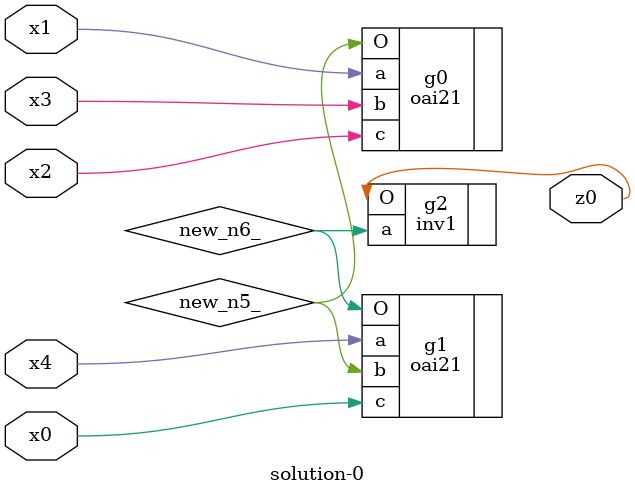
<source format=v>
module \solution-0 (
  x0, x1, x2, x3, x4,
  z0 );
  input x0, x1, x2, x3, x4;
  output z0;
  wire new_n5_, new_n6_;
  oai21  g0(.a(x1), .b(x3), .c(x2), .O(new_n5_));
  oai21  g1(.a(x4), .b(new_n5_), .c(x0), .O(new_n6_));
  inv1  g2(.a(new_n6_), .O(z0));
endmodule

</source>
